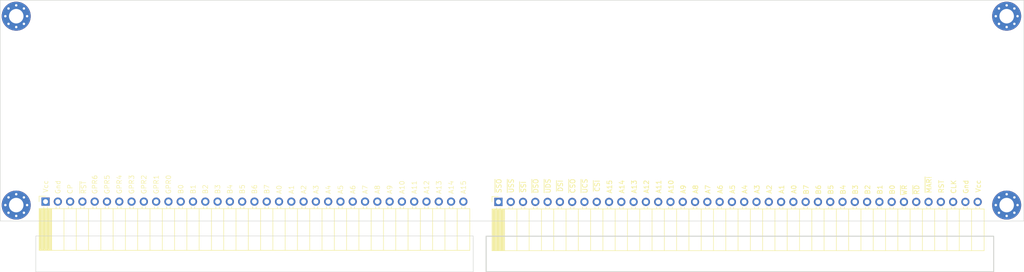
<source format=kicad_pcb>
(kicad_pcb (version 20211014) (generator pcbnew)
  (layers (0 "F.Cu" signal) (31 "B.Cu" signal) (34 "B.Paste" user) (35 "F.Paste" user) (36 "B.SilkS" user "B.Silkscreen") (37 "F.SilkS" user "F.Silkscreen") (38 "B.Mask" user) (39 "F.Mask" user) (44 "Edge.Cuts" user))
  (net 0 "")
  (net 1 "RESET")
  (net 2 "CLOCK")
  (net 3 "GND")
  (net 4 "VCC")
  (net 5 "~{CONTROL7}")
  (net 6 "CONTROL6")
  (net 7 "CONTROL5")
  (net 8 "CONTROL4")
  (net 9 "CONTROL3")
  (net 10 "CONTROL2")
  (net 11 "CONTROL1")
  (net 12 "CONTROL0")
  (net 13 "BUS0")
  (net 14 "BUS1")
  (net 15 "BUS2")
  (net 16 "BUS3")
  (net 17 "BUS4")
  (net 18 "BUS5")
  (net 19 "BUS6")
  (net 20 "BUS7")
  (net 21 "ADDR0")
  (net 22 "ADDR1")
  (net 23 "ADDR2")
  (net 24 "ADDR3")
  (net 25 "ADDR4")
  (net 26 "ADDR5")
  (net 27 "ADDR6")
  (net 28 "ADDR7")
  (net 29 "ADDR8")
  (net 30 "ADDR9")
  (net 31 "ADDR10")
  (net 32 "ADDR11")
  (net 33 "ADDR12")
  (net 34 "ADDR13")
  (net 35 "ADDR14")
  (net 36 "ADDR15")
  (net 37 "~{ASSERT_STACK_SEG}")
  (net 38 "~{EN_STACK_SEG}")
  (net 39 "~{LATCH_STACK_SEG}")
  (net 40 "~{ASSERT_DATA_SEG}")
  (net 41 "~{EN_DATA_SEG}")
  (net 42 "~{LATCH_DATA_SEG}")
  (net 43 "~{ASSERT_CODE_SEG}")
  (net 44 "~{EN_CODE_SEG}")
  (net 45 "~{LATCH_CODE_SEG}")
  (net 46 "A15")
  (net 47 "A14")
  (net 48 "A13")
  (net 49 "A12")
  (net 50 "A11")
  (net 51 "A10")
  (net 52 "A9")
  (net 53 "A8")
  (net 54 "A7")
  (net 55 "A6")
  (net 56 "A5")
  (net 57 "A4")
  (net 58 "A3")
  (net 59 "A2")
  (net 60 "A1")
  (net 61 "A0")
  (net 62 "~{WRITE}")
  (net 63 "~{READ}")
  (net 64 "~{LATCH_MAR}")
  (footprint "MountingHole:MountingHole_3mm_Pad_Via" (layer "F.Cu") (at 268.224 97.028)
    (fp_text reference "REF**" hide)
    (fp_text value "MountingHole_3mm_Pad_Via" hide)
    (pad "1" thru_hole circle locked (at -2.25 0) (size 0.8 0.8) (drill 0.5) (layers *.Cu *.Mask))
    (pad "1" thru_hole circle locked (at 1.59099 -1.59099) (size 0.8 0.8) (drill 0.5) (layers *.Cu *.Mask))
    (pad "1" thru_hole circle locked (at -1.59099 1.59099) (size 0.8 0.8) (drill 0.5) (layers *.Cu *.Mask))
    (pad "1" thru_hole circle locked (at 2.25 0) (size 0.8 0.8) (drill 0.5) (layers *.Cu *.Mask))
    (pad "1" thru_hole circle locked (at 0 0) (size 6 6) (drill 3) (layers *.Cu *.Mask))
    (pad "1" thru_hole circle locked (at 1.59099 1.59099) (size 0.8 0.8) (drill 0.5) (layers *.Cu *.Mask))
    (pad "1" thru_hole circle locked (at -1.59099 -1.59099) (size 0.8 0.8) (drill 0.5) (layers *.Cu *.Mask))
    (pad "1" thru_hole circle locked (at 0 -2.25) (size 0.8 0.8) (drill 0.5) (layers *.Cu *.Mask))
    (pad "1" thru_hole circle locked (at 0 2.25) (size 0.8 0.8) (drill 0.5) (layers *.Cu *.Mask))
  )
  (footprint "MountingHole:MountingHole_3mm_Pad_Via" (layer "F.Cu") (at 63.5 97.028)
    (fp_text reference "REF**" hide)
    (fp_text value "MountingHole_3mm_Pad_Via" hide)
    (pad "1" thru_hole circle locked (at -2.25 0) (size 0.8 0.8) (drill 0.5) (layers *.Cu *.Mask))
    (pad "1" thru_hole circle locked (at 1.59099 -1.59099) (size 0.8 0.8) (drill 0.5) (layers *.Cu *.Mask))
    (pad "1" thru_hole circle locked (at -1.59099 1.59099) (size 0.8 0.8) (drill 0.5) (layers *.Cu *.Mask))
    (pad "1" thru_hole circle locked (at 2.25 0) (size 0.8 0.8) (drill 0.5) (layers *.Cu *.Mask))
    (pad "1" thru_hole circle locked (at 0 0) (size 6 6) (drill 3) (layers *.Cu *.Mask))
    (pad "1" thru_hole circle locked (at 1.59099 1.59099) (size 0.8 0.8) (drill 0.5) (layers *.Cu *.Mask))
    (pad "1" thru_hole circle locked (at -1.59099 -1.59099) (size 0.8 0.8) (drill 0.5) (layers *.Cu *.Mask))
    (pad "1" thru_hole circle locked (at 0 -2.25) (size 0.8 0.8) (drill 0.5) (layers *.Cu *.Mask))
    (pad "1" thru_hole circle locked (at 0 2.25) (size 0.8 0.8) (drill 0.5) (layers *.Cu *.Mask))
  )
  (footprint "MountingHole:MountingHole_3mm_Pad_Via" (layer "F.Cu") (at 268.224 136.144)
    (fp_text reference "REF**" hide)
    (fp_text value "MountingHole_3mm_Pad_Via" hide)
    (pad "1" thru_hole circle locked (at -2.25 0) (size 0.8 0.8) (drill 0.5) (layers *.Cu *.Mask))
    (pad "1" thru_hole circle locked (at 1.59099 -1.59099) (size 0.8 0.8) (drill 0.5) (layers *.Cu *.Mask))
    (pad "1" thru_hole circle locked (at -1.59099 1.59099) (size 0.8 0.8) (drill 0.5) (layers *.Cu *.Mask))
    (pad "1" thru_hole circle locked (at 2.25 0) (size 0.8 0.8) (drill 0.5) (layers *.Cu *.Mask))
    (pad "1" thru_hole circle locked (at 0 0) (size 6 6) (drill 3) (layers *.Cu *.Mask))
    (pad "1" thru_hole circle locked (at 1.59099 1.59099) (size 0.8 0.8) (drill 0.5) (layers *.Cu *.Mask))
    (pad "1" thru_hole circle locked (at -1.59099 -1.59099) (size 0.8 0.8) (drill 0.5) (layers *.Cu *.Mask))
    (pad "1" thru_hole circle locked (at 0 -2.25) (size 0.8 0.8) (drill 0.5) (layers *.Cu *.Mask))
    (pad "1" thru_hole circle locked (at 0 2.25) (size 0.8 0.8) (drill 0.5) (layers *.Cu *.Mask))
  )
  (footprint "Connector_PinSocket_2.54mm:PinSocket_1x40_P2.54mm_Horizontal" (layer "F.Cu") (at 163.174759 135.484242 90)
    (fp_text reference "J6" hide)
    (fp_text value "Conn_01x40" hide)
    (fp_line (start -1.46 75.84) (end -1.05 75.84) (layer "F.SilkS") (width 0.12))
    (fp_line (start -1.46 9.8) (end -1.05 9.8) (layer "F.SilkS") (width 0.12))
    (fp_line (start -1.46 46.08) (end -1.05 46.08) (layer "F.SilkS") (width 0.12))
    (fp_line (start -1.46 68.94) (end -1.05 68.94) (layer "F.SilkS") (width 0.12))
    (fp_line (start -10.09 34.29) (end -1.46 34.29) (layer "F.SilkS") (width 0.12))
    (fp_line (start -10.09 52.07) (end -1.46 52.07) (layer "F.SilkS") (width 0.12))
    (fp_line (start -10.09 1.27) (end -1.46 1.27) (layer "F.SilkS") (width 0.12))
    (fp_line (start -1.46 83.46) (end -1.05 83.46) (layer "F.SilkS") (width 0.12))
    (fp_line (start -10.09 44.45) (end -1.46 44.45) (layer "F.SilkS") (width 0.12))
    (fp_line (start -10.09 39.37) (end -1.46 39.37) (layer "F.SilkS") (width 0.12))
    (fp_line (start -1.46 76.56) (end -1.05 76.56) (layer "F.SilkS") (width 0.12))
    (fp_line (start -10.09 100.39) (end -1.46 100.39) (layer "F.SilkS") (width 0.12))
    (fp_line (start -1.46 74.02) (end -1.05 74.02) (layer "F.SilkS") (width 0.12))
    (fp_line (start -10.09 54.61) (end -1.46 54.61) (layer "F.SilkS") (width 0.12))
    (fp_line (start -1.46 27.58) (end -1.05 27.58) (layer "F.SilkS") (width 0.12))
    (fp_line (start -1.46 22.5) (end -1.05 22.5) (layer "F.SilkS") (width 0.12))
    (fp_line (start -1.46 66.4) (end -1.05 66.4) (layer "F.SilkS") (width 0.12))
    (fp_line (start -1.46 12.34) (end -1.05 12.34) (layer "F.SilkS") (width 0.12))
    (fp_line (start -10.09 80.01) (end -1.46 80.01) (layer "F.SilkS") (width 0.12))
    (fp_line (start -1.46 42.82) (end -1.05 42.82) (layer "F.SilkS") (width 0.12))
    (fp_line (start -1.46 89.26) (end -1.05 89.26) (layer "F.SilkS") (width 0.12))
    (fp_line (start -1.46 47.9) (end -1.05 47.9) (layer "F.SilkS") (width 0.12))
    (fp_line (start -10.09 11.43) (end -1.46 11.43) (layer "F.SilkS") (width 0.12))
    (fp_line (start -1.46 88.54) (end -1.05 88.54) (layer "F.SilkS") (width 0.12))
    (fp_line (start -10.09 97.79) (end -1.46 97.79) (layer "F.SilkS") (width 0.12))
    (fp_line (start -1.46 15.6) (end -1.05 15.6) (layer "F.SilkS") (width 0.12))
    (fp_line (start -1.46 41) (end -1.05 41) (layer "F.SilkS") (width 0.12))
    (fp_line (start -1.46 33.38) (end -1.05 33.38) (layer "F.SilkS") (width 0.12))
    (fp_line (start -1.46 58.06) (end -1.05 58.06) (layer "F.SilkS") (width 0.12))
    (fp_line (start -10.09 -1.21) (end -1.46 -1.21) (layer "F.SilkS") (width 0.12))
    (fp_line (start -1.46 52.98) (end -1.05 52.98) (layer "F.SilkS") (width 0.12))
    (fp_line (start -10.09 -1.33) (end -10.09 100.39) (layer "F.SilkS") (width 0.12))
    (fp_line (start -10.09 -0.50143) (end -1.46 -0.50143) (layer "F.SilkS") (width 0.12))
    (fp_line (start -10.09 0.089045) (end -1.46 0.089045) (layer "F.SilkS") (width 0.12))
    (fp_line (start -1.46 45.36) (end -1.05 45.36) (layer "F.SilkS") (width 0.12))
    (fp_line (start -1.46 17.42) (end -1.05 17.42) (layer "F.SilkS") (width 0.12))
    (fp_line (start -1.46 48.62) (end -1.05 48.62) (layer "F.SilkS") (width 0.12))
    (fp_line (start -1.46 19.96) (end -1.05 19.96) (layer "F.SilkS") (width 0.12))
    (fp_line (start -10.09 0.91571) (end -1.46 0.91571) (layer "F.SilkS") (width 0.12))
    (fp_line (start -1.46 86) (end -1.05 86) (layer "F.SilkS") (width 0.12))
    (fp_line (start -10.09 62.23) (end -1.46 62.23) (layer "F.SilkS") (width 0.12))
    (fp_line (start -10.09 64.77) (end -1.46 64.77) (layer "F.SilkS") (width 0.12))
    (fp_line (start -1.46 28.3) (end -1.05 28.3) (layer "F.SilkS") (width 0.12))
    (fp_line (start -10.09 19.05) (end -1.46 19.05) (layer "F.SilkS") (width 0.12))
    (fp_line (start -10.09 -1.33) (end -1.46 -1.33) (layer "F.SilkS") (width 0.12))
    (fp_line (start -1.46 94.34) (end -1.05 94.34) (layer "F.SilkS") (width 0.12))
    (fp_line (start -1.46 58.78) (end -1.05 58.78) (layer "F.SilkS") (width 0.12))
    (fp_line (start -10.09 67.31) (end -1.46 67.31) (layer "F.SilkS") (width 0.12))
    (fp_line (start -10.09 3.81) (end -1.46 3.81) (layer "F.SilkS") (width 0.12))
    (fp_line (start -1.46 55.52) (end -1.05 55.52) (layer "F.SilkS") (width 0.12))
    (fp_line (start -10.09 -0.619525) (end -1.46 -0.619525) (layer "F.SilkS") (width 0.12))
    (fp_line (start -10.09 -0.26524) (end -1.46 -0.26524) (layer "F.SilkS") (width 0.12))
    (fp_line (start -1.46 91.08) (end -1.05 91.08) (layer "F.SilkS") (width 0.12))
    (fp_line (start -1.46 20.68) (end -1.05 20.68) (layer "F.SilkS") (width 0.12))
    (fp_line (start -10.09 36.83) (end -1.46 36.83) (layer "F.SilkS") (width 0.12))
    (fp_line (start 0 -1.33) (end 1.11 -1.33) (layer "F.SilkS") (width 0.12))
    (fp_line (start -1.46 0.36) (end -1.11 0.36) (layer "F.SilkS") (width 0.12))
    (fp_line (start -10.09 -0.383335) (end -1.46 -0.383335) (layer "F.SilkS") (width 0.12))
    (fp_line (start -1.46 78.38) (end -1.05 78.38) (layer "F.SilkS") (width 0.12))
    (fp_line (start -1.46 50.44) (end -1.05 50.44) (layer "F.SilkS") (width 0.12))
    (fp_line (start -1.46 2.18) (end -1.05 2.18) (layer "F.SilkS") (width 0.12))
    (fp_line (start -1.46 80.92) (end -1.05 80.92) (layer "F.SilkS") (width 0.12))
    (fp_line (start -10.09 41.91) (end -1.46 41.91) (layer "F.SilkS") (width 0.12))
    (fp_line (start -1.46 93.62) (end -1.05 93.62) (layer "F.SilkS") (width 0.12))
    (fp_line (start -1.46 2.9) (end -1.05 2.9) (layer "F.SilkS") (width 0.12))
    (fp_line (start -1.46 10.52) (end -1.05 10.52) (layer "F.SilkS") (width 0.12))
    (fp_line (start -10.09 82.55) (end -1.46 82.55) (layer "F.SilkS") (width 0.12))
    (fp_line (start -1.46 56.24) (end -1.05 56.24) (layer "F.SilkS") (width 0.12))
    (fp_line (start -10.09 0.44333) (end -1.46 0.44333) (layer "F.SilkS") (width 0.12))
    (fp_line (start -1.46 61.32) (end -1.05 61.32) (layer "F.SilkS") (width 0.12))
    (fp_line (start -10.09 -1.091905) (end -1.46 -1.091905) (layer "F.SilkS") (width 0.12))
    (fp_line (start -1.46 30.12) (end -1.05 30.12) (layer "F.SilkS") (width 0.12))
    (fp_line (start -1.46 23.22) (end -1.05 23.22) (layer "F.SilkS") (width 0.12))
    (fp_line (start -10.09 6.35) (end -1.46 6.35) (layer "F.SilkS") (width 0.12))
    (fp_line (start -10.09 92.71) (end -1.46 92.71) (layer "F.SilkS") (width 0.12))
    (fp_line (start -10.09 59.69) (end -1.46 59.69) (layer "F.SilkS") (width 0.12))
    (fp_line (start -10.09 13.97) (end -1.46 13.97) (layer "F.SilkS") (width 0.12))
    (fp_line (start -1.46 79.1) (end -1.05 79.1) (layer "F.SilkS") (width 0.12))
    (fp_line (start -10.09 57.15) (end -1.46 57.15) (layer "F.SilkS") (width 0.12))
    (fp_line (start -10.09 85.09) (end -1.46 85.09) (layer "F.SilkS") (width 0.12))
    (fp_line (start -1.46 60.6) (end -1.05 60.6) (layer "F.SilkS") (width 0.12))
    (fp_line (start -1.46 70.76) (end -1.05 70.76) (layer "F.SilkS") (width 0.12))
    (fp_line (start -1.46 -0.36) (end -1.11 -0.36) (layer "F.SilkS") (width 0.12))
    (fp_line (start -10.09 49.53) (end -1.46 49.53) (layer "F.SilkS") (width 0.12))
    (fp_line (start -1.46 84.18) (end -1.05 84.18) (layer "F.SilkS") (width 0.12))
    (fp_line (start -10.09 24.13) (end -1.46 24.13) (layer "F.SilkS") (width 0.12))
    (fp_line (start -1.46 53.7) (end -1.05 53.7) (layer "F.SilkS") (width 0.12))
    (fp_line (start -10.09 -0.02905) (end -1.46 -0.02905) (layer "F.SilkS") (width 0.12))
    (fp_line (start -10.09 95.25) (end -1.46 95.25) (layer "F.SilkS") (width 0.12))
    (fp_line (start -1.46 86.72) (end -1.05 86.72) (layer "F.SilkS") (width 0.12))
    (fp_line (start -10.09 46.99) (end -1.46 46.99) (layer "F.SilkS") (width 0.12))
    (fp_line (start -10.09 -0.97381) (end -1.46 -0.97381) (layer "F.SilkS") (width 0.12))
    (fp_line (start -1.46 73.3) (end -1.05 73.3) (layer "F.SilkS") (width 0.12))
    (fp_line (start -10.09 26.67) (end -1.46 26.67) (layer "F.SilkS") (width 0.12))
    (fp_line (start -1.46 96.88) (end -1.05 96.88) (layer "F.SilkS") (width 0.12))
    (fp_line (start -1.46 63.14) (end -1.05 63.14) (layer "F.SilkS") (width 0.12))
    (fp_line (start -10.09 16.51) (end -1.46 16.51) (layer "F.SilkS") (width 0.12))
    (fp_line (start -1.46 18.14) (end -1.05 18.14) (layer "F.SilkS") (width 0.12))
    (fp_line (start -1.46 68.22) (end -1.05 68.22) (layer "F.SilkS") (width 0.12))
    (fp_line (start -1.46 30.84) (end -1.05 30.84) (layer "F.SilkS") (width 0.12))
    (fp_line (start -1.46 37.74) (end -1.05 37.74) (layer "F.SilkS") (width 0.12))
    (fp_line (start -10.09 0.20714) (end -1.46 0.20714) (layer "F.SilkS") (width 0.12))
    (fp_line (start -1.46 96.16) (end -1.05 96.16) (layer "F.SilkS") (width 0.12))
    (fp_line (start -10.09 69.85) (end -1.46 69.85) (layer "F.SilkS") (width 0.12))
    (fp_line (start -1.46 4.72) (end -1.05 4.72) (layer "F.SilkS") (width 0.12))
    (fp_line (start -10.09 87.63) (end -1.46 87.63) (layer "F.SilkS") (width 0.12))
    (fp_line (start -10.09 -0.73762) (end -1.46 -0.73762) (layer "F.SilkS") (width 0.12))
    (fp_line (start -1.46 51.16) (end -1.05 51.16) (layer "F.SilkS") (width 0.12))
    (fp_line (start -10.09 8.89) (end -1.46 8.89) (layer "F.SilkS") (width 0.12))
    (fp_line (start -10.09 90.17) (end -1.46 90.17) (layer "F.SilkS") (width 0.12))
    (fp_line (start -1.46 63.86) (end -1.05 63.86) (layer "F.SilkS") (width 0.12))
    (fp_line (start -10.09 77.47) (end -1.46 77.47) (layer "F.SilkS") (width 0.12))
    (fp_line (start -10.09 21.59) (end -1.46 21.59) (layer "F.SilkS") (width 0.12))
    (fp_line (start -10.09 -0.147145) (end -1.46 -0.147145) (layer "F.SilkS") (width 0.12))
    (fp_line (start -1.46 7.26) (end -1.05 7.26) (layer "F.SilkS") (width 0.12))
    (fp_line (start -1.46 38.46) (end -1.05 38.46) (layer "F.SilkS") (width 0.12))
    (fp_line (start -10.09 1.033805) (end -1.46 1.033805) (layer "F.SilkS") (width 0.12))
    (fp_line (start -10.09 74.93) (end -1.46 74.93) (layer "F.SilkS") (width 0.12))
    (fp_line (start -1.46 25.76) (end -1.05 25.76) (layer "F.SilkS") (width 0.12))
    (fp_line (start -10.09 -0.855715) (end -1.46 -0.855715) (layer "F.SilkS") (width 0.12))
    (fp_line (start -1.46 14.88) (end -1.05 14.88) (layer "F.SilkS") (width 0.12))
    (fp_line (start -10.09 1.1519) (end -1.46 1.1519) (layer "F.SilkS") (width 0.12))
    (fp_line (start 1.11 -1.33) (end 1.11 0) (layer "F.SilkS") (width 0.12))
    (fp_line (start -1.46 40.28) (end -1.05 40.28) (layer "F.SilkS") (width 0.12))
    (fp_line (start -1.46 91.8) (end -1.05 91.8) (layer "F.SilkS") (width 0.12))
    (fp_line (start -1.46 71.48) (end -1.05 71.48) (layer "F.SilkS") (width 0.12))
    (fp_line (start -1.46 35.2) (end -1.05 35.2) (layer "F.SilkS") (width 0.12))
    (fp_line (start -1.46 35.92) (end -1.05 35.92) (layer "F.SilkS") (width 0.12))
    (fp_line (start -1.46 32.66) (end -1.05 32.66) (layer "F.SilkS") (width 0.12))
    (fp_line (start -10.09 0.67952) (end -1.46 0.67952) (layer "F.SilkS") (width 0.12))
    (fp_line (start -1.46 81.64) (end -1.05 81.64) (layer "F.SilkS") (width 0.12))
    (fp_line (start -1.46 25.04) (end -1.05 25.04) (layer "F.SilkS") (width 0.12))
    (fp_line (start -10.09 31.75) (end -1.46 31.75) (layer "F.SilkS") (width 0.12))
    (fp_line (start -1.46 99.42) (end -1.05 99.42) (layer "F.SilkS") (width 0.12))
    (fp_line (start -10.09 0.325235) (end -1.46 0.325235) (layer "F.SilkS") (width 0.12))
    (fp_line (start -1.46 43.54) (end -1.05 43.54) (layer "F.SilkS") (width 0.12))
    (fp_line (start -1.46 13.06) (end -1.05 13.06) (layer "F.SilkS") (width 0.12))
    (fp_line (start -10.09 29.21) (end -1.46 29.21) (layer "F.SilkS") (width 0.12))
    (fp_line (start -1.46 5.44) (end -1.05 5.44) (layer "F.SilkS") (width 0.12))
    (fp_line (start -1.46 -1.33) (end -1.46 100.39) (layer "F.SilkS") (width 0.12))
    (fp_line (start -1.46 7.98) (end -1.05 7.98) (layer "F.SilkS") (width 0.12))
    (fp_line (start -10.09 0.561425) (end -1.46 0.561425) (layer "F.SilkS") (width 0.12))
    (fp_line (start -10.09 0.797615) (end -1.46 0.797615) (layer "F.SilkS") (width 0.12))
    (fp_line (start -1.46 65.68) (end -1.05 65.68) (layer "F.SilkS") (width 0.12))
    (fp_line (start -1.46 98.7) (end -1.05 98.7) (layer "F.SilkS") (width 0.12))
    (fp_line (start -10.09 72.39) (end -1.46 72.39) (layer "F.SilkS") (width 0.12))
    (pad "1" thru_hole rect locked (at 0 0 90) (size 1.7 1.7) (drill 1) (layers *.Cu *.Mask) (net 37 "~{ASSERT_STACK_SEG}"))
    (pad "2" thru_hole oval locked (at 0 2.54 90) (size 1.7 1.7) (drill 1) (layers *.Cu *.Mask) (net 38 "~{EN_STACK_SEG}"))
    (pad "3" thru_hole oval locked (at 0 5.08 90) (size 1.7 1.7) (drill 1) (layers *.Cu *.Mask) (net 39 "~{LATCH_STACK_SEG}"))
    (pad "4" thru_hole oval locked (at 0 7.62 90) (size 1.7 1.7) (drill 1) (layers *.Cu *.Mask) (net 40 "~{ASSERT_DATA_SEG}"))
    (pad "5" thru_hole oval locked (at 0 10.16 90) (size 1.7 1.7) (drill 1) (layers *.Cu *.Mask) (net 41 "~{EN_DATA_SEG}"))
    (pad "6" thru_hole oval locked (at 0 12.7 90) (size 1.7 1.7) (drill 1) (layers *.Cu *.Mask) (net 42 "~{LATCH_DATA_SEG}"))
    (pad "7" thru_hole oval locked (at 0 15.24 90) (size 1.7 1.7) (drill 1) (layers *.Cu *.Mask) (net 43 "~{ASSERT_CODE_SEG}"))
    (pad "8" thru_hole oval locked (at 0 17.78 90) (size 1.7 1.7) (drill 1) (layers *.Cu *.Mask) (net 44 "~{EN_CODE_SEG}"))
    (pad "9" thru_hole oval locked (at 0 20.32 90) (size 1.7 1.7) (drill 1) (layers *.Cu *.Mask) (net 45 "~{LATCH_CODE_SEG}"))
    (pad "10" thru_hole oval locked (at 0 22.86 90) (size 1.7 1.7) (drill 1) (layers *.Cu *.Mask) (net 46 "A15"))
    (pad "11" thru_hole oval locked (at 0 25.4 90) (size 1.7 1.7) (drill 1) (layers *.Cu *.Mask) (net 47 "A14"))
    (pad "12" thru_hole oval locked (at 0 27.94 90) (size 1.7 1.7) (drill 1) (layers *.Cu *.Mask) (net 48 "A13"))
    (pad "13" thru_hole oval locked (at 0 30.48 90) (size 1.7 1.7) (drill 1) (layers *.Cu *.Mask) (net 49 "A12"))
    (pad "14" thru_hole oval locked (at 0 33.02 90) (size 1.7 1.7) (drill 1) (layers *.Cu *.Mask) (net 50 "A11"))
    (pad "15" thru_hole oval locked (at 0 35.56 90) (size 1.7 1.7) (drill 1) (layers *.Cu *.Mask) (net 51 "A10"))
    (pad "16" thru_hole oval locked (at 0 38.1 90) (size 1.7 1.7) (drill 1) (layers *.Cu *.Mask) (net 52 "A9"))
    (pad "17" thru_hole oval locked (at 0 40.64 90) (size 1.7 1.7) (drill 1) (layers *.Cu *.Mask) (net 53 "A8"))
    (pad "18" thru_hole oval locked (at 0 43.18 90) (size 1.7 1.7) (drill 1) (layers *.Cu *.Mask) (net 54 "A7"))
    (pad "19" thru_hole oval locked (at 0 45.72 90) (size 1.7 1.7) (drill 1) (layers *.Cu *.Mask) (net 55 "A6"))
    (pad "20" thru_hole oval locked (at 0 48.26 90) (size 1.7 1.7) (drill 1) (layers *.Cu *.Mask) (net 56 "A5"))
    (pad "21" thru_hole oval locked (at 0 50.8 90) (size 1.7 1.7) (drill 1) (layers *.Cu *.Mask) (net 57 "A4"))
    (pad "22" thru_hole oval locked (at 0 53.34 90) (size 1.7 1.7) (drill 1) (layers *.Cu *.Mask) (net 58 "A3"))
    (pad "23" thru_hole oval locked (at 0 55.88 90) (size 1.7 1.7) (drill 1) (layers *.Cu *.Mask) (net 59 "A2"))
    (pad "24" thru_hole oval locked (at 0 58.42 90) (size 1.7 1.7) (drill 1) (layers *.Cu *.Mask) (net 60 "A1"))
    (pad "25" thru_hole oval locked (at 0 60.96 90) (size 1.7 1.7) (drill 1) (layers *.Cu *.Mask) (net 61 "A0"))
    (pad "26" thru_hole oval locked (at 0 63.5 90) (size 1.7 1.7) (drill 1) (layers *.Cu *.Mask) (net 20 "BUS7"))
    (pad "27" thru_hole oval locked (at 0 66.04 90) (size 1.7 1.7) (drill 1) (layers *.Cu *.Mask) (net 19 "BUS6"))
    (pad "28" thru_hole oval locked (at 0 68.58 90) (size 1.7 1.7) (drill 1) (layers *.Cu *.Mask) (net 18 "BUS5"))
    (pad "29" thru_hole oval locked (at 0 71.12 90) (size 1.7 1.7) (drill 1) (layers *.Cu *.Mask) (net 17 "BUS4"))
    (pad "30" thru_hole oval locked (at 0 73.66 90) (size 1.7 1.7) (drill 1) (layers *.Cu *.Mask) (net 16 "BUS3"))
    (pad "31" thru_hole oval locked (at 0 76.2 90) (size 1.7 1.7) (drill 1) (layers *.Cu *.Mask) (net 15 "BUS2"))
    (pad "32" thru_hole oval locked (at 0 78.74 90) (size 1.7 1.7) (drill 1) (layers *.Cu *.Mask) (net 14 "BUS1"))
    (pad "33" thru_hole oval locked (at 0 81.28 90) (size 1.7 1.7) (drill 1) (layers *.Cu *.Mask) (net 13 "BUS0"))
    (pad "34" thru_hole oval locked (at 0 83.82 90) (size 1.7 1.7) (drill 1) (layers *.Cu *.Mask) (net 62 "~{WRITE}"))
    (pad "35" thru_hole oval locked (at 0 86.36 90) (size 1.7 1.7) (drill 1) (layers *.Cu *.Mask) (net 63 "~{READ}"))
    (pad "36" thru_hole oval locked (at 0 88.9 90) (size 1.7 1.7) (drill 1) (layers *.Cu *.Mask) (net 64 "~{LATCH_MAR}"))
    (pad "37" thru_hole oval locked (at 0 91.44 90) (size 1.7 1.7) (drill 1) (layers *.Cu *.Mask) (net 1 "RESET"))
    (pad "38" thru_hole oval locked (at 0 93.98 90) (size 1.7 1.7) (drill 1) (layers *.Cu *.Mask) (net 2 "CLOCK"))
    (pad "39" thru_hole oval locked (at 0 96.52 90) (size 1.7 1.7) (drill 1) (layers *.Cu *.Mask) (net 3 "GND"))
    (pad "40" thru_hole oval locked (at 0 99.06 90) (size 1.7 1.7) (drill 1) (layers *.Cu *.Mask) (net 4 "VCC"))
  )
  (footprint "Connector_PinSocket_2.54mm:PinSocket_1x35_P2.54mm_Horizontal" (layer "F.Cu") (at 69.561323 135.427242 90)
    (fp_text reference "J2" hide)
    (fp_text value "Conn_01x35" hide)
    (fp_line (start -1.46 80.92) (end -1.05 80.92) (layer "F.SilkS") (width 0.12))
    (fp_line (start -10.09 87.69) (end -1.46 87.69) (layer "F.SilkS") (width 0.12))
    (fp_line (start 0 -1.33) (end 1.11 -1.33) (layer "F.SilkS") (width 0.12))
    (fp_line (start -1.46 32.66) (end -1.05 32.66) (layer "F.SilkS") (width 0.12))
    (fp_line (start -1.46 56.24) (end -1.05 56.24) (layer "F.SilkS") (width 0.12))
    (fp_line (start -1.46 37.74) (end -1.05 37.74) (layer "F.SilkS") (width 0.12))
    (fp_line (start -1.46 86.72) (end -1.05 86.72) (layer "F.SilkS") (width 0.12))
    (fp_line (start -1.46 66.4) (end -1.05 66.4) (layer "F.SilkS") (width 0.12))
    (fp_line (start -1.46 65.68) (end -1.05 65.68) (layer "F.SilkS") (width 0.12))
    (fp_line (start -10.09 67.31) (end -1.46 67.31) (layer "F.SilkS") (width 0.12))
    (fp_line (start -10.09 -0.97381) (end -1.46 -0.97381) (layer "F.SilkS") (width 0.12))
    (fp_line (start -10.09 -0.383335) (end -1.46 -0.383335) (layer "F.SilkS") (width 0.12))
    (fp_line (start -10.09 41.91) (end -1.46 41.91) (layer "F.SilkS") (width 0.12))
    (fp_line (start -10.09 49.53) (end -1.46 49.53) (layer "F.SilkS") (width 0.12))
    (fp_line (start -10.09 62.23) (end -1.46 62.23) (layer "F.SilkS") (width 0.12))
    (fp_line (start -10.09 80.01) (end -1.46 80.01) (layer "F.SilkS") (width 0.12))
    (fp_line (start -10.09 6.35) (end -1.46 6.35) (layer "F.SilkS") (width 0.12))
    (fp_line (start -10.09 -0.26524) (end -1.46 -0.26524) (layer "F.SilkS") (width 0.12))
    (fp_line (start -1.46 51.16) (end -1.05 51.16) (layer "F.SilkS") (width 0.12))
    (fp_line (start -1.46 50.44) (end -1.05 50.44) (layer "F.SilkS") (width 0.12))
    (fp_line (start -1.46 20.68) (end -1.05 20.68) (layer "F.SilkS") (width 0.12))
    (fp_line (start -10.09 -1.33) (end -1.46 -1.33) (layer "F.SilkS") (width 0.12))
    (fp_line (start -1.46 43.54) (end -1.05 43.54) (layer "F.SilkS") (width 0.12))
    (fp_line (start -1.46 25.04) (end -1.05 25.04) (layer "F.SilkS") (width 0.12))
    (fp_line (start -1.46 22.5) (end -1.05 22.5) (layer "F.SilkS") (width 0.12))
    (fp_line (start -10.09 -1.33) (end -10.09 87.69) (layer "F.SilkS") (width 0.12))
    (fp_line (start -10.09 52.07) (end -1.46 52.07) (layer "F.SilkS") (width 0.12))
    (fp_line (start -10.09 0.44333) (end -1.46 0.44333) (layer "F.SilkS") (width 0.12))
    (fp_line (start -10.09 39.37) (end -1.46 39.37) (layer "F.SilkS") (width 0.12))
    (fp_line (start -10.09 11.43) (end -1.46 11.43) (layer "F.SilkS") (width 0.12))
    (fp_line (start -10.09 77.47) (end -1.46 77.47) (layer "F.SilkS") (width 0.12))
    (fp_line (start -1.46 78.38) (end -1.05 78.38) (layer "F.SilkS") (width 0.12))
    (fp_line (start -10.09 85.09) (end -1.46 85.09) (layer "F.SilkS") (width 0.12))
    (fp_line (start -1.46 71.48) (end -1.05 71.48) (layer "F.SilkS") (width 0.12))
    (fp_line (start -1.46 2.18) (end -1.05 2.18) (layer "F.SilkS") (width 0.12))
    (fp_line (start -1.46 33.38) (end -1.05 33.38) (layer "F.SilkS") (width 0.12))
    (fp_line (start -1.46 7.26) (end -1.05 7.26) (layer "F.SilkS") (width 0.12))
    (fp_line (start -10.09 34.29) (end -1.46 34.29) (layer "F.SilkS") (width 0.12))
    (fp_line (start -10.09 69.85) (end -1.46 69.85) (layer "F.SilkS") (width 0.12))
    (fp_line (start -1.46 76.56) (end -1.05 76.56) (layer "F.SilkS") (width 0.12))
    (fp_line (start -10.09 -0.73762) (end -1.46 -0.73762) (layer "F.SilkS") (width 0.12))
    (fp_line (start -10.09 16.51) (end -1.46 16.51) (layer "F.SilkS") (width 0.12))
    (fp_line (start -10.09 -0.147145) (end -1.46 -0.147145) (layer "F.SilkS") (width 0.12))
    (fp_line (start -1.46 2.9) (end -1.05 2.9) (layer "F.SilkS") (width 0.12))
    (fp_line (start -1.46 46.08) (end -1.05 46.08) (layer "F.SilkS") (width 0.12))
    (fp_line (start -10.09 0.67952) (end -1.46 0.67952) (layer "F.SilkS") (width 0.12))
    (fp_line (start -10.09 0.325235) (end -1.46 0.325235) (layer "F.SilkS") (width 0.12))
    (fp_line (start -1.46 10.52) (end -1.05 10.52) (layer "F.SilkS") (width 0.12))
    (fp_line (start -10.09 54.61) (end -1.46 54.61) (layer "F.SilkS") (width 0.12))
    (fp_line (start -1.46 60.6) (end -1.05 60.6) (layer "F.SilkS") (width 0.12))
    (fp_line (start -1.46 -1.33) (end -1.46 87.69) (layer "F.SilkS") (width 0.12))
    (fp_line (start -1.46 25.76) (end -1.05 25.76) (layer "F.SilkS") (width 0.12))
    (fp_line (start -10.09 36.83) (end -1.46 36.83) (layer "F.SilkS") (width 0.12))
    (fp_line (start -10.09 -0.50143) (end -1.46 -0.50143) (layer "F.SilkS") (width 0.12))
    (fp_line (start -10.09 -1.091905) (end -1.46 -1.091905) (layer "F.SilkS") (width 0.12))
    (fp_line (start -1.46 75.84) (end -1.05 75.84) (layer "F.SilkS") (width 0.12))
    (fp_line (start -1.46 47.9) (end -1.05 47.9) (layer "F.SilkS") (width 0.12))
    (fp_line (start -1.46 48.62) (end -1.05 48.62) (layer "F.SilkS") (width 0.12))
    (fp_line (start -10.09 -1.21) (end -1.46 -1.21) (layer "F.SilkS") (width 0.12))
    (fp_line (start -10.09 1.27) (end -1.46 1.27) (layer "F.SilkS") (width 0.12))
    (fp_line (start -10.09 3.81) (end -1.46 3.81) (layer "F.SilkS") (width 0.12))
    (fp_line (start -1.46 27.58) (end -1.05 27.58) (layer "F.SilkS") (width 0.12))
    (fp_line (start -1.46 58.78) (end -1.05 58.78) (layer "F.SilkS") (width 0.12))
    (fp_line (start -1.46 79.1) (end -1.05 79.1) (layer "F.SilkS") (width 0.12))
    (fp_line (start -1.46 35.2) (end -1.05 35.2) (layer "F.SilkS") (width 0.12))
    (fp_line (start -1.46 13.06) (end -1.05 13.06) (layer "F.SilkS") (width 0.12))
    (fp_line (start -10.09 1.1519) (end -1.46 1.1519) (layer "F.SilkS") (width 0.12))
    (fp_line (start -1.46 28.3) (end -1.05 28.3) (layer "F.SilkS") (width 0.12))
    (fp_line (start -1.46 30.84) (end -1.05 30.84) (layer "F.SilkS") (width 0.12))
    (fp_line (start -1.46 81.64) (end -1.05 81.64) (layer "F.SilkS") (width 0.12))
    (fp_line (start -1.46 41) (end -1.05 41) (layer "F.SilkS") (width 0.12))
    (fp_line (start -1.46 45.36) (end -1.05 45.36) (layer "F.SilkS") (width 0.12))
    (fp_line (start -1.46 63.86) (end -1.05 63.86) (layer "F.SilkS") (width 0.12))
    (fp_line (start -1.46 86) (end -1.05 86) (layer "F.SilkS") (width 0.12))
    (fp_line (start -1.46 -0.36) (end -1.11 -0.36) (layer "F.SilkS") (width 0.12))
    (fp_line (start -10.09 21.59) (end -1.46 21.59) (layer "F.SilkS") (width 0.12))
    (fp_line (start -10.09 26.67) (end -1.46 26.67) (layer "F.SilkS") (width 0.12))
    (fp_line (start -10.09 -0.619525) (end -1.46 -0.619525) (layer "F.SilkS") (width 0.12))
    (fp_line (start -1.46 84.18) (end -1.05 84.18) (layer "F.SilkS") (width 0.12))
    (fp_line (start -10.09 59.69) (end -1.46 59.69) (layer "F.SilkS") (width 0.12))
    (fp_line (start -10.09 13.97) (end -1.46 13.97) (layer "F.SilkS") (width 0.12))
    (fp_line (start -1.46 52.98) (end -1.05 52.98) (layer "F.SilkS") (width 0.12))
    (fp_line (start -10.09 0.20714) (end -1.46 0.20714) (layer "F.SilkS") (width 0.12))
    (fp_line (start -1.46 19.96) (end -1.05 19.96) (layer "F.SilkS") (width 0.12))
    (fp_line (start -10.09 -0.855715) (end -1.46 -0.855715) (layer "F.SilkS") (width 0.12))
    (fp_line (start -1.46 23.22) (end -1.05 23.22) (layer "F.SilkS") (width 0.12))
    (fp_line (start -1.46 18.14) (end -1.05 18.14) (layer "F.SilkS") (width 0.12))
    (fp_line (start -10.09 44.45) (end -1.46 44.45) (layer "F.SilkS") (width 0.12))
    (fp_line (start -10.09 29.21) (end -1.46 29.21) (layer "F.SilkS") (width 0.12))
    (fp_line (start -1.46 9.8) (end -1.05 9.8) (layer "F.SilkS") (width 0.12))
    (fp_line (start -10.09 64.77) (end -1.46 64.77) (layer "F.SilkS") (width 0.12))
    (fp_line (start -1.46 30.12) (end -1.05 30.12) (layer "F.SilkS") (width 0.12))
    (fp_line (start 1.11 -1.33) (end 1.11 0) (layer "F.SilkS") (width 0.12))
    (fp_line (start -1.46 40.28) (end -1.05 40.28) (layer "F.SilkS") (width 0.12))
    (fp_line (start -1.46 55.52) (end -1.05 55.52) (layer "F.SilkS") (width 0.12))
    (fp_line (start -1.46 14.88) (end -1.05 14.88) (layer "F.SilkS") (width 0.12))
    (fp_line (start -10.09 31.75) (end -1.46 31.75) (layer "F.SilkS") (width 0.12))
    (fp_line (start -1.46 12.34) (end -1.05 12.34) (layer "F.SilkS") (width 0.12))
    (fp_line (start -10.09 0.561425) (end -1.46 0.561425) (layer "F.SilkS") (width 0.12))
    (fp_line (start -10.09 57.15) (end -1.46 57.15) (layer "F.SilkS") (width 0.12))
    (fp_line (start -10.09 24.13) (end -1.46 24.13) (layer "F.SilkS") (width 0.12))
    (fp_line (start -1.46 7.98) (end -1.05 7.98) (layer "F.SilkS") (width 0.12))
    (fp_line (start -10.09 82.55) (end -1.46 82.55) (layer "F.SilkS") (width 0.12))
    (fp_line (start -1.46 15.6) (end -1.05 15.6) (layer "F.SilkS") (width 0.12))
    (fp_line (start -1.46 0.36) (end -1.11 0.36) (layer "F.SilkS") (width 0.12))
    (fp_line (start -1.46 4.72) (end -1.05 4.72) (layer "F.SilkS") (width 0.12))
    (fp_line (start -1.46 42.82) (end -1.05 42.82) (layer "F.SilkS") (width 0.12))
    (fp_line (start -10.09 19.05) (end -1.46 19.05) (layer "F.SilkS") (width 0.12))
    (fp_line (start -1.46 63.14) (end -1.05 63.14) (layer "F.SilkS") (width 0.12))
    (fp_line (start -1.46 68.22) (end -1.05 68.22) (layer "F.SilkS") (width 0.12))
    (fp_line (start -10.09 0.797615) (end -1.46 0.797615) (layer "F.SilkS") (width 0.12))
    (fp_line (start -10.09 72.39) (end -1.46 72.39) (layer "F.SilkS") (width 0.12))
    (fp_line (start -1.46 74.02) (end -1.05 74.02) (layer "F.SilkS") (width 0.12))
    (fp_line (start -10.09 1.033805) (end -1.46 1.033805) (layer "F.SilkS") (width 0.12))
    (fp_line (start -10.09 0.089045) (end -1.46 0.089045) (layer "F.SilkS") (width 0.12))
    (fp_line (start -10.09 8.89) (end -1.46 8.89) (layer "F.SilkS") (width 0.12))
    (fp_line (start -1.46 38.46) (end -1.05 38.46) (layer "F.SilkS") (width 0.12))
    (fp_line (start -1.46 83.46) (end -1.05 83.46) (layer "F.SilkS") (width 0.12))
    (fp_line (start -10.09 74.93) (end -1.46 74.93) (layer "F.SilkS") (width 0.12))
    (fp_line (start -10.09 46.99) (end -1.46 46.99) (layer "F.SilkS") (width 0.12))
    (fp_line (start -1.46 73.3) (end -1.05 73.3) (layer "F.SilkS") (width 0.12))
    (fp_line (start -1.46 5.44) (end -1.05 5.44) (layer "F.SilkS") (width 0.12))
    (fp_line (start -1.46 58.06) (end -1.05 58.06) (layer "F.SilkS") (width 0.12))
    (fp_line (start -1.46 61.32) (end -1.05 61.32) (layer "F.SilkS") (width 0.12))
    (fp_line (start -1.46 35.92) (end -1.05 35.92) (layer "F.SilkS") (width 0.12))
    (fp_line (start -10.09 -0.02905) (end -1.46 -0.02905) (layer "F.SilkS") (width 0.12))
    (fp_line (start -10.09 0.91571) (end -1.46 0.91571) (layer "F.SilkS") (width 0.12))
    (fp_line (start -1.46 53.7) (end -1.05 53.7) (layer "F.SilkS") (width 0.12))
    (fp_line (start -1.46 17.42) (end -1.05 17.42) (layer "F.SilkS") (width 0.12))
    (fp_line (start -1.46 68.94) (end -1.05 68.94) (layer "F.SilkS") (width 0.12))
    (fp_line (start -1.46 70.76) (end -1.05 70.76) (layer "F.SilkS") (width 0.12))
    (pad "1" thru_hole rect locked (at 0 0 90) (size 1.7 1.7) (drill 1) (layers *.Cu *.Mask) (net 4 "VCC"))
    (pad "2" thru_hole oval locked (at 0 2.54 90) (size 1.7 1.7) (drill 1) (layers *.Cu *.Mask) (net 3 "GND"))
    (pad "3" thru_hole oval locked (at 0 5.08 90) (size 1.7 1.7) (drill 1) (layers *.Cu *.Mask) (net 2 "CLOCK"))
    (pad "4" thru_hole oval locked (at 0 7.62 90) (size 1.7 1.7) (drill 1) (layers *.Cu *.Mask) (net 5 "~{CONTROL7}"))
    (pad "5" thru_hole oval locked (at 0 10.16 90) (size 1.7 1.7) (drill 1) (layers *.Cu *.Mask) (net 6 "CONTROL6"))
    (pad "6" thru_hole oval locked (at 0 12.7 90) (size 1.7 1.7) (drill 1) (layers *.Cu *.Mask) (net 7 "CONTROL5"))
    (pad "7" thru_hole oval locked (at 0 15.24 90) (size 1.7 1.7) (drill 1) (layers *.Cu *.Mask) (net 8 "CONTROL4"))
    (pad "8" thru_hole oval locked (at 0 17.78 90) (size 1.7 1.7) (drill 1) (layers *.Cu *.Mask) (net 9 "CONTROL3"))
    (pad "9" thru_hole oval locked (at 0 20.32 90) (size 1.7 1.7) (drill 1) (layers *.Cu *.Mask) (net 10 "CONTROL2"))
    (pad "10" thru_hole oval locked (at 0 22.86 90) (size 1.7 1.7) (drill 1) (layers *.Cu *.Mask) (net 11 "CONTROL1"))
    (pad "11" thru_hole oval locked (at 0 25.4 90) (size 1.7 1.7) (drill 1) (layers *.Cu *.Mask) (net 12 "CONTROL0"))
    (pad "12" thru_hole oval locked (at 0 27.94 90) (size 1.7 1.7) (drill 1) (layers *.Cu *.Mask) (net 13 "BUS0"))
    (pad "13" thru_hole oval locked (at 0 30.48 90) (size 1.7 1.7) (drill 1) (layers *.Cu *.Mask) (net 14 "BUS1"))
    (pad "14" thru_hole oval locked (at 0 33.02 90) (size 1.7 1.7) (drill 1) (layers *.Cu *.Mask) (net 15 "BUS2"))
    (pad "15" thru_hole oval locked (at 0 35.56 90) (size 1.7 1.7) (drill 1) (layers *.Cu *.Mask) (net 16 "BUS3"))
    (pad "16" thru_hole oval locked (at 0 38.1 90) (size 1.7 1.7) (drill 1) (layers *.Cu *.Mask) (net 17 "BUS4"))
    (pad "17" thru_hole oval locked (at 0 40.64 90) (size 1.7 1.7) (drill 1) (layers *.Cu *.Mask) (net 18 "BUS5"))
    (pad "18" thru_hole oval locked (at 0 43.18 90) (size 1.7 1.7) (drill 1) (layers *.Cu *.Mask) (net 19 "BUS6"))
    (pad "19" thru_hole oval locked (at 0 45.72 90) (size 1.7 1.7) (drill 1) (layers *.Cu *.Mask) (net 20 "BUS7"))
    (pad "20" thru_hole oval locked (at 0 48.26 90) (size 1.7 1.7) (drill 1) (layers *.Cu *.Mask) (net 21 "ADDR0"))
    (pad "21" thru_hole oval locked (at 0 50.8 90) (size 1.7 1.7) (drill 1) (layers *.Cu *.Mask) (net 22 "ADDR1"))
    (pad "22" thru_hole oval locked (at 0 53.34 90) (size 1.7 1.7) (drill 1) (layers *.Cu *.Mask) (net 23 "ADDR2"))
    (pad "23" thru_hole oval locked (at 0 55.88 90) (size 1.7 1.7) (drill 1) (layers *.Cu *.Mask) (net 24 "ADDR3"))
    (pad "24" thru_hole oval locked (at 0 58.42 90) (size 1.7 1.7) (drill 1) (layers *.Cu *.Mask) (net 25 "ADDR4"))
    (pad "25" thru_hole oval locked (at 0 60.96 90) (size 1.7 1.7) (drill 1) (layers *.Cu *.Mask) (net 26 "ADDR5"))
    (pad "26" thru_hole oval locked (at 0 63.5 90) (size 1.7 1.7) (drill 1) (layers *.Cu *.Mask) (net 27 "ADDR6"))
    (pad "27" thru_hole oval locked (at 0 66.04 90) (size 1.7 1.7) (drill 1) (layers *.Cu *.Mask) (net 28 "ADDR7"))
    (pad "28" thru_hole oval locked (at 0 68.58 90) (size 1.7 1.7) (drill 1) (layers *.Cu *.Mask) (net 29 "ADDR8"))
    (pad "29" thru_hole oval locked (at 0 71.12 90) (size 1.7 1.7) (drill 1) (layers *.Cu *.Mask) (net 30 "ADDR9"))
    (pad "30" thru_hole oval locked (at 0 73.66 90) (size 1.7 1.7) (drill 1) (layers *.Cu *.Mask) (net 31 "ADDR10"))
    (pad "31" thru_hole oval locked (at 0 76.2 90) (size 1.7 1.7) (drill 1) (layers *.Cu *.Mask) (net 32 "ADDR11"))
    (pad "32" thru_hole oval locked (at 0 78.74 90) (size 1.7 1.7) (drill 1) (layers *.Cu *.Mask) (net 33 "ADDR12"))
    (pad "33" thru_hole oval locked (at 0 81.28 90) (size 1.7 1.7) (drill 1) (layers *.Cu *.Mask) (net 34 "ADDR13"))
    (pad "34" thru_hole oval locked (at 0 83.82 90) (size 1.7 1.7) (drill 1) (layers *.Cu *.Mask) (net 35 "ADDR14"))
    (pad "35" thru_hole oval locked (at 0 86.36 90) (size 1.7 1.7) (drill 1) (layers *.Cu *.Mask) (net 36 "ADDR15"))
  )
  (footprint "MountingHole:MountingHole_3mm_Pad_Via" (layer "F.Cu") (at 63.5 136.144)
    (fp_text reference "REF**" hide)
    (fp_text value "MountingHole_3mm_Pad_Via" hide)
    (pad "1" thru_hole circle locked (at -2.25 0) (size 0.8 0.8) (drill 0.5) (layers *.Cu *.Mask))
    (pad "1" thru_hole circle locked (at 1.59099 -1.59099) (size 0.8 0.8) (drill 0.5) (layers *.Cu *.Mask))
    (pad "1" thru_hole circle locked (at -1.59099 1.59099) (size 0.8 0.8) (drill 0.5) (layers *.Cu *.Mask))
    (pad "1" thru_hole circle locked (at 2.25 0) (size 0.8 0.8) (drill 0.5) (layers *.Cu *.Mask))
    (pad "1" thru_hole circle locked (at 0 0) (size 6 6) (drill 3) (layers *.Cu *.Mask))
    (pad "1" thru_hole circle locked (at 1.59099 1.59099) (size 0.8 0.8) (drill 0.5) (layers *.Cu *.Mask))
    (pad "1" thru_hole circle locked (at -1.59099 -1.59099) (size 0.8 0.8) (drill 0.5) (layers *.Cu *.Mask))
    (pad "1" thru_hole circle locked (at 0 -2.25) (size 0.8 0.8) (drill 0.5) (layers *.Cu *.Mask))
    (pad "1" thru_hole circle locked (at 0 2.25) (size 0.8 0.8) (drill 0.5) (layers *.Cu *.Mask))
  )
  (gr_rect (start 67.553323 142.539242) (end 157.953323 149.991242) (layer "Edge.Cuts") (width 0.1) (fill none))
  (gr_rect (start 60.198 139.446) (end 271.78 93.726) (layer "Edge.Cuts") (width 0.1) (fill none))
  (gr_rect (start 265.536759 142.592072) (end 160.634759 149.958072) (layer "Edge.Cuts") (width 0.2) (fill none))
  (gr_text "A9" (at 140.704323 133.899072 90) (layer "F.SilkS") (effects (font (size 1 1) (thickness 0.1)) (justify left)))
  (gr_text "B3" (at 105.144323 133.899072 90) (layer "F.SilkS") (effects (font (size 1 1) (thickness 0.1)) (justify left)))
  (gr_text "A8" (at 203.927323 131.871242 90) (layer "F.SilkS") (effects (font (size 1 1)) (justify right)))
  (gr_text "A13" (at 191.227323 130.855242 90) (layer "F.SilkS") (effects (font (size 1 1)) (justify right)))
  (gr_text "B5" (at 231.867323 131.871242 90) (layer "F.SilkS") (effects (font (size 1 1)) (justify right)))
  (gr_text "A6" (at 209.007323 131.871242 90) (layer "F.SilkS") (effects (font (size 1 1)) (justify right)))
  (gr_text "A12" (at 193.767323 130.855242 90) (layer "F.SilkS") (effects (font (size 1 1)) (justify right)))
  (gr_text "~{CSI}" (at 183.607323 130.855242 90) (layer "F.SilkS") (effects (font (size 1 1)) (justify right)))
  (gr_text "~{UCS}" (at 181.067323 130.601242 90) (layer "F.SilkS") (effects (font (size 1 1)) (justify right)))
  (gr_text "A4" (at 214.087323 131.871242 90) (layer "F.SilkS") (effects (font (size 1 1)) (justify right)))
  (gr_text "~{RD}" (at 249.647323 131.871242 90) (layer "F.SilkS") (effects (font (size 1 1)) (justify right)))
  (gr_text "A15" (at 155.944323 133.899072 90) (layer "F.SilkS") (effects (font (size 1 1) (thickness 0.1)) (justify left)))
  (gr_text "A2" (at 219.167323 131.871242 90) (layer "F.SilkS") (effects (font (size 1 1)) (justify right)))
  (gr_text "Vcc" (at 262.347323 130.855242 90) (layer "F.SilkS") (effects (font (size 1 1)) (justify right)))
  (gr_text "B7" (at 115.304323 133.899072 90) (layer "F.SilkS") (effects (font (size 1 1) (thickness 0.1)) (justify left)))
  (gr_text "A10" (at 198.847323 130.855242 90) (layer "F.SilkS") (effects (font (size 1 1)) (justify right)))
  (gr_text "Gnd" (at 72.124323 133.899072 90) (layer "F.SilkS") (effects (font (size 1 1) (thickness 0.1)) (justify left)))
  (gr_text "~{CSO}" (at 178.527323 130.601242 90) (layer "F.SilkS") (effects (font (size 1 1)) (justify right)))
  (gr_text "A11" (at 196.307323 130.855242 90) (layer "F.SilkS") (effects (font (size 1 1)) (justify right)))
  (gr_text "B2" (at 239.487323 131.871242 90) (layer "F.SilkS") (effects (font (size 1 1)) (justify right)))
  (gr_text "A3" (at 216.627323 131.871242 90) (layer "F.SilkS") (effects (font (size 1 1)) (justify right)))
  (gr_text "Vcc" (at 69.584323 133.645072 90) (layer "F.SilkS") (effects (font (size 1 1) (thickness 0.1)) (justify left)))
  (gr_text "A3" (at 125.464323 133.899072 90) (layer "F.SilkS") (effects (font (size 1 1) (thickness 0.1)) (justify left)))
  (gr_text "A6" (at 133.084323 133.899072 90) (layer "F.SilkS") (effects (font (size 1 1) (thickness 0.1)) (justify left)))
  (gr_text "A11" (at 145.784323 133.899072 90) (layer "F.SilkS") (effects (font (size 1 1) (thickness 0.1)) (justify left)))
  (gr_text "GPR4" (at 84.824323 129.835072 90) (layer "F.SilkS") (effects (font (size 1 1) (thickness 0.1)) (justify right)))
  (gr_text "A5" (at 211.547323 131.871242 90) (layer "F.SilkS") (effects (font (size 1 1)) (justify right)))
  (gr_text "B1" (at 242.027323 131.871242 90) (layer "F.SilkS") (effects (font (size 1 1)) (justify right)))
  (gr_text "A4" (at 128.004323 133.899072 90) (layer "F.SilkS") (effects (font (size 1 1) (thickness 0.1)) (justify left)))
  (gr_text "~{WR}" (at 247.107323 131.871242 90) (layer "F.SilkS") (effects (font (size 1 1)) (justify right)))
  (gr_text "A5" (at 130.544323 133.899072 90) (layer "F.SilkS") (effects (font (size 1 1) (thickness 0.1)) (justify left)))
  (gr_text "A8" (at 138.164323 133.899072 90) (layer "F.SilkS") (effects (font (size 1 1) (thickness 0.1)) (justify left)))
  (gr_text "~{RST}" (at 77.458323 133.899072 90) (layer "F.SilkS") (effects (font (size 1 1) (thickness 0.1)) (justify left)))
  (gr_text "B7" (at 226.787323 131.871242 90) (layer "F.SilkS") (effects (font (size 1 1)) (justify right)))
  (gr_text "A14" (at 153.404323 133.899072 90) (layer "F.SilkS") (effects (font (size 1 1) (thickness 0.1)) (justify left)))
  (gr_text "GPR6" (at 79.744323 129.835072 90) (layer "F.SilkS") (effects (font (size 1 1) (thickness 0.1)) (justify right)))
  (gr_text "B2" (at 102.604323 133.899072 90) (layer "F.SilkS") (effects (font (size 1 1) (thickness 0.1)) (justify left)))
  (gr_text "GPR1" (at 92.444323 129.835072 90) (layer "F.SilkS") (effects (font (size 1 1) (thickness 0.1)) (justify right)))
  (gr_text "Gnd" (at 259.807323 130.855242 90) (layer "F.SilkS") (effects (font (size 1 1)) (justify right)))
  (gr_text "GPR0" (at 94.984323 129.835072 90) (layer "F.SilkS") (effects (font (size 1 1) (thickness 0.1)) (justify right)))
  (gr_text "~{MARI}" (at 252.187323 130.093242 90) (layer "F.SilkS") (effects (font (size 1 1)) (justify right)))
  (gr_text "A13" (at 150.864323 133.899072 90) (layer "F.SilkS") (effects (font (size 1 1) (thickness 0.1)) (justify left)))
  (gr_text "A1" (at 221.707323 131.871242 90) (layer "F.SilkS") (effects (font (size 1 1)) (justify right)))
  (gr_text "A0" (at 117.844323 133.899072 90) (layer "F.SilkS") (effects (font (size 1 1) (thickness 0.1)) (justify left)))
  (gr_text "B6" (at 229.327323 131.871242 90) (layer "F.SilkS") (effects (font (size 1 1)) (justify right)))
  (gr_text "CLK" (at 257.267323 130.855242 90) (layer "F.SilkS") (effects (font (size 1 1)) (justify right)))
  (gr_text "GPR3" (at 87.364323 129.835072 90) (layer "F.SilkS") (effects (font (size 1 1) (thickness 0.1)) (justify right)))
  (gr_text "RST" (at 254.727323 130.855242 90) (layer "F.SilkS") (effects (font (size 1 1)) (justify right)))
  (gr_text "GPR5" (at 82.284323 129.835072 90) (layer "F.SilkS") (effects (font (size 1 1) (thickness 0.1)) (justify right)))
  (gr_text "~{SSI}" (at 168.367323 131.109242 90) (layer "F.SilkS") (effects (font (size 1 1)) (justify right)))
  (gr_text "B0" (at 244.567323 131.871242 90) (layer "F.SilkS") (effects (font (size 1 1)) (justify right)))
  (gr_text "B6" (at 112.764323 133.899072 90) (layer "F.SilkS") (effects (font (size 1 1) (thickness 0.1)) (justify left)))
  (gr_text "A12" (at 148.324323 133.899072 90) (layer "F.SilkS") (effects (font (size 1 1) (thickness 0.1)) (justify left)))
  (gr_text "~{USS}" (at 165.827323 130.601242 90) (layer "F.SilkS") (effects (font (size 1 1)) (justify right)))
  (gr_text "A14" (at 188.687323 130.855242 90) (layer "F.SilkS") (effects (font (size 1 1)) (justify right)))
  (gr_text "A9" (at 201.387323 131.871242 90) (layer "F.SilkS") (effects (font (size 1 1)) (justify right)))
  (gr_text "~{SSO}" (at 163.287323 130.601242 90) (layer "F.SilkS") (effects (font (size 1 1)) (justify right)))
  (gr_text "A15" (at 186.147323 130.855242 90) (layer "F.SilkS") (effects (font (size 1 1)) (justify right)))
  (gr_text "~{UDS}" (at 173.447323 130.601242 90) (layer "F.SilkS") (effects (font (size 1 1)) (justify right)))
  (gr_text "~{DSI}" (at 175.987323 130.855242 90) (layer "F.SilkS") (effects (font (size 1 1)) (justify right)))
  (gr_text "A0" (at 224.247323 131.871242 90) (layer "F.SilkS") (effects (font (size 1 1)) (justify right)))
  (gr_text "B4" (at 107.684323 133.899072 90) (layer "F.SilkS") (effects (font (size 1 1) (thickness 0.1)) (justify left)))
  (gr_text "B1" (at 100.064323 133.899072 90) (layer "F.SilkS") (effects (font (size 1 1) (thickness 0.1)) (justify left)))
  (gr_text "B3" (at 236.947323 131.871242 90) (layer "F.SilkS") (effects (font (size 1 1)) (justify right)))
  (gr_text "B4" (at 234.407323 131.871242 90) (layer "F.SilkS") (effects (font (size 1 1)) (justify right)))
  (gr_text "B0" (at 97.524323 133.899072 90) (layer "F.SilkS") (effects (font (size 1 1) (thickness 0.1)) (justify left)))
  (gr_text "~{DSO}" (at 170.907323 130.601242 90) (layer "F.SilkS") (effects (font (size 1 1)) (justify right)))
  (gr_text "A2" (at 122.924323 133.899072 90) (layer "F.SilkS") (effects (font (size 1 1) (thickness 0.1)) (justify left)))
  (gr_text "GPR2" (at 89.904323 129.835072 90) (layer "F.SilkS") (effects (font (size 1 1) (thickness 0.1)) (justify right)))
  (gr_text "CP" (at 74.641323 133.899072 90) (layer "F.SilkS") (effects (font (size 1 1) (thickness 0.1)) (justify left)))
  (gr_text "A7" (at 135.624323 133.899072 90) (layer "F.SilkS") (effects (font (size 1 1) (thickness 0.1)) (justify left)))
  (gr_text "A10" (at 143.244323 133.899072 90) (layer "F.SilkS") (effects (font (size 1 1) (thickness 0.1)) (justify left)))
  (gr_text "B5" (at 110.224323 133.899072 90) (layer "F.SilkS") (effects (font (size 1 1) (thickness 0.1)) (justify left)))
  (gr_text "A1" (at 120.384323 133.899072 90) (layer "F.SilkS") (effects (font (size 1 1) (thickness 0.1)) (justify left)))
  (gr_text "A7" (at 206.467323 131.871242 90) (layer "F.SilkS") (effects (font (size 1 1)) (justify right)))
)
</source>
